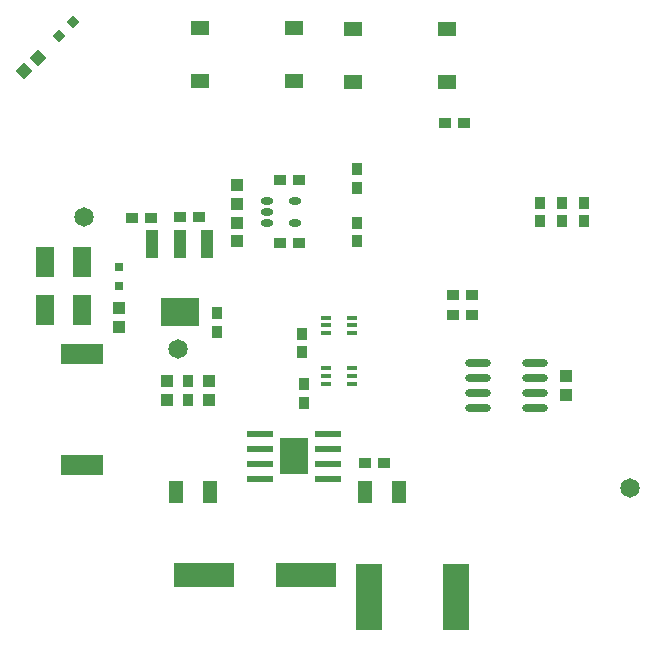
<source format=gtp>
G04*
G04 #@! TF.GenerationSoftware,Altium Limited,Altium Designer,21.6.4 (81)*
G04*
G04 Layer_Color=8421504*
%FSLAX25Y25*%
%MOIN*%
G70*
G04*
G04 #@! TF.SameCoordinates,AE92149D-F2BC-473A-8121-C18DD6311B00*
G04*
G04*
G04 #@! TF.FilePolarity,Positive*
G04*
G01*
G75*
%ADD17C,0.06475*%
%ADD18R,0.03543X0.01575*%
%ADD19R,0.09449X0.12205*%
%ADD20R,0.20079X0.08465*%
%ADD21R,0.03740X0.03937*%
%ADD22O,0.04331X0.02362*%
%ADD23O,0.08661X0.02362*%
%ADD24R,0.03937X0.03740*%
%ADD25O,0.05302X0.00184*%
%ADD26O,0.00184X0.05302*%
%ADD27R,0.06122X0.05118*%
%ADD28R,0.03937X0.04134*%
%ADD29R,0.03937X0.09449*%
%ADD30R,0.12598X0.09449*%
G04:AMPARAMS|DCode=31|XSize=39.37mil|YSize=41.34mil|CornerRadius=0mil|HoleSize=0mil|Usage=FLASHONLY|Rotation=135.000|XOffset=0mil|YOffset=0mil|HoleType=Round|Shape=Rectangle|*
%AMROTATEDRECTD31*
4,1,4,0.02854,0.00070,-0.00070,-0.02854,-0.02854,-0.00070,0.00070,0.02854,0.02854,0.00070,0.0*
%
%ADD31ROTATEDRECTD31*%

%ADD32P,0.04454X4X180.0*%
%ADD33R,0.05906X0.09843*%
%ADD34R,0.03150X0.03150*%
%ADD35R,0.08661X0.01968*%
%ADD36R,0.14016X0.07008*%
%ADD37R,0.05118X0.07284*%
%ADD38R,0.09055X0.22047*%
D17*
X100000Y-53937D02*
D03*
X-81890Y36614D02*
D03*
X-50394Y-7480D02*
D03*
D18*
X7480Y-2165D02*
D03*
Y394D02*
D03*
Y2953D02*
D03*
X-1181Y-2165D02*
D03*
Y394D02*
D03*
Y2953D02*
D03*
X7480Y-19094D02*
D03*
Y-16535D02*
D03*
Y-13976D02*
D03*
X-1181Y-19094D02*
D03*
Y-16535D02*
D03*
Y-13976D02*
D03*
D19*
X-11811Y-43307D02*
D03*
D20*
X-7874Y-82677D02*
D03*
X-41732D02*
D03*
D21*
X9055Y46063D02*
D03*
Y52362D02*
D03*
X84620Y35025D02*
D03*
Y41324D02*
D03*
X77454Y35025D02*
D03*
Y41324D02*
D03*
X70125Y35025D02*
D03*
Y41324D02*
D03*
X9055Y28346D02*
D03*
Y34646D02*
D03*
X-37700Y-1760D02*
D03*
Y4540D02*
D03*
X-47244Y-24542D02*
D03*
Y-18243D02*
D03*
X-9055Y-8661D02*
D03*
Y-2362D02*
D03*
X-8661Y-25591D02*
D03*
Y-19291D02*
D03*
D22*
X-11567Y41887D02*
D03*
Y34407D02*
D03*
X-21016Y38147D02*
D03*
Y41887D02*
D03*
Y34407D02*
D03*
D23*
X68504Y-17185D02*
D03*
Y-27185D02*
D03*
Y-22185D02*
D03*
Y-12185D02*
D03*
X49606D02*
D03*
Y-17185D02*
D03*
Y-27185D02*
D03*
Y-22185D02*
D03*
D24*
X-49798Y36602D02*
D03*
X-43499D02*
D03*
X47457Y10367D02*
D03*
X41157D02*
D03*
X47323Y3799D02*
D03*
X41024D02*
D03*
X38583Y67716D02*
D03*
X44882D02*
D03*
X-10236Y48819D02*
D03*
X-16535D02*
D03*
X-10236Y27953D02*
D03*
X-16535D02*
D03*
X-65748Y36220D02*
D03*
X-59449D02*
D03*
X18164Y-45567D02*
D03*
X11865D02*
D03*
D25*
X17618Y54134D02*
D03*
Y52165D02*
D03*
Y50197D02*
D03*
Y48228D02*
D03*
Y46260D02*
D03*
Y44291D02*
D03*
Y42323D02*
D03*
Y40354D02*
D03*
Y38386D02*
D03*
Y36417D02*
D03*
Y34449D02*
D03*
Y32480D02*
D03*
Y30512D02*
D03*
Y28543D02*
D03*
Y26575D02*
D03*
Y24606D02*
D03*
X61122D02*
D03*
Y26575D02*
D03*
Y28543D02*
D03*
Y30512D02*
D03*
Y32480D02*
D03*
Y34449D02*
D03*
Y36417D02*
D03*
Y38386D02*
D03*
Y40354D02*
D03*
Y42323D02*
D03*
Y44291D02*
D03*
Y46260D02*
D03*
Y48228D02*
D03*
Y50197D02*
D03*
Y52165D02*
D03*
Y54134D02*
D03*
D26*
X24606Y17618D02*
D03*
X26575D02*
D03*
X28543D02*
D03*
X30512D02*
D03*
X32480D02*
D03*
X34449D02*
D03*
X36417D02*
D03*
X38386D02*
D03*
X40354D02*
D03*
X42323D02*
D03*
X44291D02*
D03*
X46260D02*
D03*
X48228D02*
D03*
X50197D02*
D03*
X52165D02*
D03*
X54134D02*
D03*
Y61122D02*
D03*
X52165D02*
D03*
X50197D02*
D03*
X48228D02*
D03*
X46260D02*
D03*
X44291D02*
D03*
X42323D02*
D03*
X40354D02*
D03*
X38386D02*
D03*
X36417D02*
D03*
X34449D02*
D03*
X32480D02*
D03*
X30512D02*
D03*
X28543D02*
D03*
X26575D02*
D03*
X24606D02*
D03*
D27*
X7677Y81599D02*
D03*
Y99315D02*
D03*
X38976Y81599D02*
D03*
Y99315D02*
D03*
X-43209Y81693D02*
D03*
Y99410D02*
D03*
X-11909Y81693D02*
D03*
Y99410D02*
D03*
D28*
X-30813Y28346D02*
D03*
Y34646D02*
D03*
X78740Y-16535D02*
D03*
Y-22835D02*
D03*
X-30813Y47244D02*
D03*
Y40945D02*
D03*
X-70079Y6299D02*
D03*
Y0D02*
D03*
X-54376Y-24542D02*
D03*
Y-18243D02*
D03*
X-40128Y-18243D02*
D03*
Y-24542D02*
D03*
D29*
X-59055Y27559D02*
D03*
X-40945D02*
D03*
X-50000D02*
D03*
D30*
Y4724D02*
D03*
D31*
X-101833Y85175D02*
D03*
X-97379Y89629D02*
D03*
D32*
X-85499Y101509D02*
D03*
X-90092Y96916D02*
D03*
D33*
X-82450Y21379D02*
D03*
X-94970D02*
D03*
X-82450Y5631D02*
D03*
X-94970D02*
D03*
D34*
X-70079Y19882D02*
D03*
Y13386D02*
D03*
D35*
X-23130Y-35807D02*
D03*
Y-40807D02*
D03*
Y-45807D02*
D03*
X-492Y-35807D02*
D03*
Y-40807D02*
D03*
X-23130Y-50807D02*
D03*
X-492Y-45807D02*
D03*
Y-50807D02*
D03*
D36*
X-82677Y-9055D02*
D03*
Y-46063D02*
D03*
D37*
X-51181Y-55118D02*
D03*
X-39764D02*
D03*
X23228D02*
D03*
X11811D02*
D03*
D38*
X13097Y-90017D02*
D03*
X42231D02*
D03*
M02*

</source>
